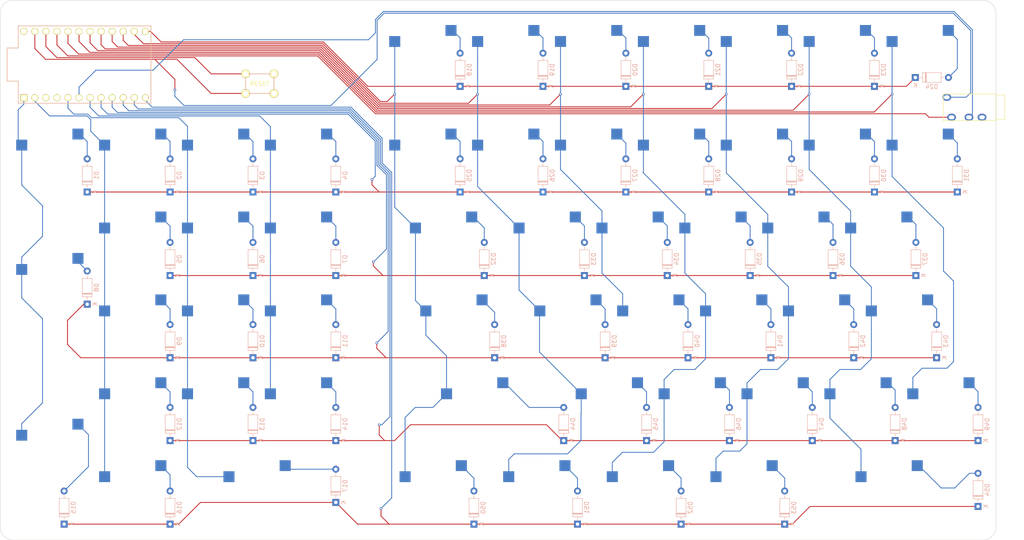
<source format=kicad_pcb>
(kicad_pcb (version 20221018) (generator pcbnew)
  (layers (0 "F.Cu" signal) (31 "B.Cu" signal) (34 "B.Paste" user) (35 "F.Paste" user) (36 "B.SilkS" user "B.Silkscreen") (37 "F.SilkS" user "F.Silkscreen") (38 "B.Mask" user) (39 "F.Mask" user) (44 "Edge.Cuts" user))
  (net 0 "")
  (net 1 "row2")
  (net 2 "row3")
  (net 3 "row4")
  (net 4 "row5")
  (net 5 "row6")
  (net 6 "row1")
  (net 7 "col1")
  (net 8 "col2")
  (net 9 "col3")
  (net 10 "col4")
  (net 11 "col5")
  (net 12 "col10")
  (net 13 "col11")
  (net 15 "SCL")
  (net 16 "VCC")
  (net 17 "RESET")
  (net 20 "col6")
  (net 21 "col7")
  (net 22 "col8")
  (net 23 "col9")
  (net 25 "GND")
  (net 26 "Net-(D1-A)")
  (net 27 "Net-(D2-A)")
  (net 28 "Net-(D3-A)")
  (net 29 "Net-(D4-A)")
  (net 30 "Net-(D5-A)")
  (net 31 "Net-(D6-A)")
  (net 32 "Net-(D7-A)")
  (net 33 "Net-(D8-A)")
  (net 34 "Net-(D9-A)")
  (net 35 "Net-(D10-A)")
  (net 36 "Net-(D11-A)")
  (net 37 "Net-(D12-A)")
  (net 38 "Net-(D13-A)")
  (net 39 "Net-(D14-A)")
  (net 40 "Net-(D15-A)")
  (net 41 "Net-(D16-A)")
  (net 42 "Net-(D17-A)")
  (net 43 "Net-(D18-A)")
  (net 44 "Net-(D19-A)")
  (net 45 "Net-(D20-A)")
  (net 46 "Net-(D21-A)")
  (net 47 "Net-(D22-A)")
  (net 48 "Net-(D23-A)")
  (net 49 "Net-(D24-A)")
  (net 50 "Net-(D25-A)")
  (net 51 "Net-(D26-A)")
  (net 52 "Net-(D27-A)")
  (net 53 "Net-(D28-A)")
  (net 54 "Net-(D29-A)")
  (net 55 "Net-(D30-A)")
  (net 56 "Net-(D31-A)")
  (net 57 "Net-(D32-A)")
  (net 58 "Net-(D33-A)")
  (net 59 "Net-(D34-A)")
  (net 60 "Net-(D35-A)")
  (net 61 "Net-(D36-A)")
  (net 62 "Net-(D37-A)")
  (net 63 "Net-(D38-A)")
  (net 64 "Net-(D39-A)")
  (net 65 "Net-(D40-A)")
  (net 66 "Net-(D41-A)")
  (net 67 "Net-(D42-A)")
  (net 68 "Net-(D43-A)")
  (net 69 "Net-(D44-A)")
  (net 70 "Net-(D45-A)")
  (net 71 "Net-(D46-A)")
  (net 72 "Net-(D47-A)")
  (net 73 "Net-(D48-A)")
  (net 74 "Net-(D49-A)")
  (net 75 "Net-(D50-A)")
  (net 76 "Net-(D51-A)")
  (net 77 "Net-(D52-A)")
  (net 78 "Net-(D53-A)")
  (net 79 "Net-(D54-A)")
  (footprint "MX_Only:MXOnly-1U-Hotswap" (layer "F.Cu") (at 74.49425 80.79875)
    (fp_text reference "MX6")
    (fp_text value "MX-NoLED")
  )
  (footprint "MX_Only:MXOnly-1U-Hotswap" (layer "F.Cu") (at 55.44425 61.74875)
    (fp_text reference "MX2")
    (fp_text value "MX-NoLED")
  )
  (footprint "MountingHole:MountingHole_2.2mm_M2" (layer "F.Cu") (at 39.05 111.1)
    (fp_text reference "REF**" hide)
    (fp_text value "MountingHole_2.2mm_M2" hide)
  )
  (footprint "MX_Only:MXOnly-1U-Hotswap" (layer "F.Cu") (at 160.21925 37.93575)
    (fp_text reference "MX20")
    (fp_text value "MX-NoLED")
  )
  (footprint "MX_Only:MXOnly-1.25U-Hotswap" (layer "F.Cu") (at 172.1255 137.94875)
    (fp_text reference "MX52")
    (fp_text value "MX-NoLED")
  )
  (footprint "MX_Only:MXOnly-1U-Hotswap" (layer "F.Cu") (at 141.16925 61.74875)
    (fp_text reference "MX26")
    (fp_text value "MX-NoLED")
  )
  (footprint "reset:ResetSW_4P" (layer "F.Cu") (at 84.01925 45.0795)
    (fp_text reference "RESET1" hide)
    (fp_text value "SW_Push")
  )
  (footprint "MX_Only:MXOnly-1U-Hotswap" (layer "F.Cu") (at 36.39425 61.74875)
    (fp_text reference "MX1")
    (fp_text value "MX-NoLED")
  )
  (footprint "MX_Only:MXOnly-1.75U-Hotswap" (layer "F.Cu") (at 129.263 99.84875)
    (fp_text reference "MX38")
    (fp_text value "MX-NoLED")
  )
  (footprint "MX_Only:MXOnly-1.25U-Hotswap" (layer "F.Cu") (at 195.938 137.94875)
    (fp_text reference "MX53")
    (fp_text value "MX-NoLED")
  )
  (footprint "MX_Only:MXOnly-1U-Hotswap" (layer "F.Cu") (at 160.21925 61.74875)
    (fp_text reference "MX27")
    (fp_text value "MX-NoLED")
  )
  (footprint "MX_Only:MXOnly-1U-Hotswap" (layer "F.Cu") (at 74.49425 99.84875)
    (fp_text reference "MX10")
    (fp_text value "MX-NoLED")
  )
  (footprint "MountingHole:MountingHole_2.2mm_M2" (layer "F.Cu") (at 107.83175 78.25875)
    (fp_text reference "REF**" hide)
    (fp_text value "MountingHole_2.2mm_M2" hide)
  )
  (footprint "MX_Only:MXOnly-2U-Hotswap" (layer "F.Cu") (at 84.01925 137.94875)
    (fp_text reference "MX17")
    (fp_text value "MX-NoLED")
  )
  (footprint "MX_Only:MXOnly-1.25U-Hotswap" (layer "F.Cu") (at 124.5005 137.94875)
    (fp_text reference "MX50")
    (fp_text value "MX-NoLED")
  )
  (footprint "pj320:TRRS-PJ-320A" (layer "F.Cu") (at 253.20675 50.51075 -90)
    (fp_text reference "U2")
    (fp_text value "PJ-320A")
  )
  (footprint "MX_Only:MXOnly-1U-Hotswap" (layer "F.Cu") (at 236.41925 61.74875)
    (fp_text reference "MX31")
    (fp_text value "MX-NoLED")
  )
  (footprint "MX_Only:MXOnly-1U-Hotswap" (layer "F.Cu") (at 122.11925 37.93575)
    (fp_text reference "MX18")
    (fp_text value "MX-NoLED")
  )
  (footprint "promicro:ProMicro" (layer "F.Cu") (at 43.75 40.7)
    (fp_text reference "U1" hide)
    (fp_text value "ProMicro" hide)
  )
  (footprint "MX_Only:MXOnly-1U-Hotswap" (layer "F.Cu") (at 212.60675 99.84875)
    (fp_text reference "MX42")
    (fp_text value "MX-NoLED")
  )
  (footprint "MX_Only:MXOnly-1U-Hotswap" (layer "F.Cu") (at 198.31925 37.93575)
    (fp_text reference "MX22")
    (fp_text value "MX-NoLED")
  )
  (footprint "MX_Only:MXOnly-1U-Hotswap" (layer "F.Cu") (at 55.44425 137.94875)
    (fp_text reference "MX16")
    (fp_text value "MX-NoLED")
  )
  (footprint "MX_Only:MXOnly-2U-Hotswap-VerticalStabilizers" (layer "F.Cu") (at 36.39425 90.32375)
    (fp_text reference "MX8")
    (fp_text value "MX-NoLED" hide)
  )
  (footprint "MX_Only:MXOnly-1U-Hotswap" (layer "F.Cu") (at 150.69425 80.79875)
    (fp_text reference "MX33")
    (fp_text value "MX-NoLED")
  )
  (footprint "MX_Only:MXOnly-1U-Hotswap" (layer "F.Cu") (at 174.50675 99.84875)
    (fp_text reference "MX40")
    (fp_text value "MX-NoLED")
  )
  (footprint "MX_Only:MXOnly-1U-Hotswap" (layer "F.Cu") (at 169.74425 80.79875)
    (fp_text reference "MX34")
    (fp_text value "MX-NoLED")
  )
  (footprint "MX_Only:MXOnly-1U-Hotswap" (layer "F.Cu") (at 93.54425 99.84875)
    (fp_text reference "MX11")
    (fp_text value "MX-NoLED")
  )
  (footprint "MX_Only:MXOnly-1U-Hotswap" (layer "F.Cu") (at 74.49425 61.74875)
    (fp_text reference "MX3")
    (fp_text value "MX-NoLED")
  )
  (footprint "MX_Only:MXOnly-1U-Hotswap" (layer "F.Cu") (at 226.89425 80.79875)
    (fp_text reference "MX37")
    (fp_text value "MX-NoLED")
  )
  (footprint "MX_Only:MXOnly-1U-Hotswap" (layer "F.Cu") (at 198.31925 61.74875)
    (fp_text reference "MX29")
    (fp_text value "MX-NoLED")
  )
  (footprint "MountingHole:MountingHole_2.2mm_M2" (layer "F.Cu") (at 107.83175 116.35875)
    (fp_text reference "REF**" hide)
    (fp_text value "MountingHole_2.2mm_M2" hide)
  )
  (footprint "MX_Only:MXOnly-1U-Hotswap" (layer "F.Cu") (at 236.41925 37.93575)
    (fp_text reference "MX24")
    (fp_text value "MX-NoLED")
  )
  (footprint "MX_Only:MXOnly-1U-Hotswap" (layer "F.Cu") (at 93.54425 118.89875)
    (fp_text reference "MX14")
    (fp_text value "MX-NoLED")
  )
  (footprint "MountingHole:MountingHole_2.2mm_M2" (layer "F.Cu") (at 27.36925 28.91075)
    (fp_text reference "REF**" hide)
    (fp_text value "MountingHole_2.2mm_M2" hide)
  )
  (footprint "MountingHole:MountingHole_2.2mm_M2" (layer "F.Cu") (at 27.36925 146.97375)
    (fp_text reference "REF**" hide)
    (fp_text value "MountingHole_2.2mm_M2" hide)
  )
  (footprint "MX_Only:MXOnly-2.25U-Hotswap" (layer "F.Cu") (at 134.0255 118.89875)
    (fp_text reference "MX44")
    (fp_text value "MX-NoLED")
  )
  (footprint "MX_Only:MXOnly-2.25U-Hotswap" (layer "F.Cu") (at 229.2755 137.94875)
    (fp_text reference "MX54")
    (fp_text value "MX-NoLED")
  )
  (footprint "MX_Only:MXOnly-1U-Hotswap" (layer "F.Cu") (at 55.44425 80.79875)
    (fp_text reference "MX5")
    (fp_text value "MX-NoLED")
  )
  (footprint "MX_Only:MXOnly-1U-Hotswap" (layer "F.Cu") (at 93.54425 80.79875)
    (fp_text reference "MX7")
    (fp_text value "MX-NoLED")
  )
  (footprint "MX_Only:MXOnly-1U-Hotswap" (layer "F.Cu") (at 241.18175 118.89875)
    (fp_text reference "MX49")
    (fp_text value "MX-NoLED")
  )
  (footprint "MX_Only:MXOnly-1U-Hotswap" (layer "F.Cu") (at 193.55675 99.84875)
    (fp_text reference "MX41")
    (fp_text value "MX-NoLED")
  )
  (footprint "MX_Only:MXOnly-1.25U-Hotswap" (layer "F.Cu") (at 148.313 137.94875)
    (fp_text reference "MX51")
    (fp_text value "MX-NoLED")
  )
  (footprint "MX_Only:MXOnly-1U-Hotswap" (layer "F.Cu") (at 55.44425 99.84875)
    (fp_text reference "MX9")
    (fp_text value "MX-NoLED")
  )
  (footprint "MountingHole:MountingHole_2.2mm_M2" (layer "F.Cu") (at 250.20675 146.97375)
    (fp_text reference "REF**" hide)
    (fp_text value "MountingHole_2.2mm_M2" hide)
  )
  (footprint "MX_Only:MXOnly-1U-Hotswap" (layer "F.Cu") (at 203.08175 118.89875)
    (fp_text reference "MX47")
    (fp_text value "MX-NoLED")
  )
  (footprint "MX_Only:MXOnly-1U-Hotswap" (layer "F.Cu") (at 179.26925 37.93575)
    (fp_text reference "MX21")
    (fp_text value "MX-NoLED")
  )
  (footprint "MX_Only:MXOnly-1U-Hotswap" (layer "F.Cu") (at 184.03175 118.89875)
    (fp_text reference "MX46")
    (fp_text value "MX-NoLED")
  )
  (footprint "MX_Only:MXOnly-1U-Hotswap" (layer "F.Cu") (at 74.49425 118.89875)
    (fp_text reference "MX13")
    (fp_text value "MX-NoLED")
  )
  (footprint "MX_Only:MXOnly-1U-Hotswap" (layer "F.Cu") (at 164.98175 118.89875)
    (fp_text reference "MX45")
    (fp_text value "MX-NoLED")
  )
  (footprint "MX_Only:MXOnly-1.5U-Hotswap" (layer "F.Cu") (at 126.88175 80.79875)
    (fp_text reference "MX32")
    (fp_text value "MX-NoLED")
  )
  (footprint "MX_Only:MXOnly-1U-Hotswap" (layer "F.Cu") (at 188.79425 80.79875)
    (fp_text reference "MX35")
    (fp_text value "MX-NoLED")
  )
  (footprint "MX_Only:MXOnly-1U-Hotswap" (layer "F.Cu") (at 231.65675 99.84875)
    (fp_text reference "MX43")
    (fp_text value "MX-NoLED")
  )
  (footprint "MX_Only:MXOnly-1U-Hotswap" (layer "F.Cu") (at 207.84425 80.79875)
    (fp_text reference "MX36")
    (fp_text value "MX-NoLED")
  )
  (footprint "MX_Only:MXOnly-1U-Hotswap" (layer "F.Cu") (at 217.36925 37.93575)
    (fp_text reference "MX23")
    (fp_text value "MX-NoLED")
  )
  (footprint "MX_Only:MXOnly-1U-Hotswap" (layer "F.Cu") (at 122.11925 61.74875)
    (fp_text reference "MX25")
    (fp_text value "MX-NoLED")
  )
  (footprint "MX_Only:MXOnly-2U-Hotswap-VerticalStabilizers" (layer "F.Cu") (at 36.39425 128.42375)
    (fp_text reference "MX15")
    (fp_text value "MX-NoLED" hide)
  )
  (footprint "MX_Only:MXOnly-1U-Hotswap" (layer "F.Cu") (at 55.44425 118.89875)
    (fp_text reference "MX12")
    (fp_text value "MX-NoLED")
  )
  (footprint "MX_Only:MXOnly-1U-Hotswap" (layer "F.Cu") (at 217.36925 61.74875)
    (fp_text reference "MX30")
    (fp_text value "MX-NoLED")
  )
  (footprint "MX_Only:MXOnly-1U-Hotswap" (layer "F.Cu") (at 141.16925 37.93575)
    (fp_text reference "MX19")
    (fp_text value "MX-NoLED")
  )
  (footprint "MountingHole:MountingHole_2.2mm_M2" (layer "F.Cu") (at 250.20675 28.91075)
    (fp_text reference "REF**" hide)
    (fp_text value "MountingHole_2.2mm_M2" hide)
  )
  (footprint "MX_Only:MXOnly-1U-Hotswap" (layer "F.Cu") (at 179.26925 61.74875)
    (fp_text reference "MX28")
    (fp_text value "MX-NoLED")
  )
  (footprint "MX_Only:MXOnly-1U-Hotswap" (layer "F.Cu") (at 222.13175 118.89875)
    (fp_text reference "MX48")
    (fp_text value "MX-NoLED")
  )
  (footprint "MX_Only:MXOnly-1U-Hotswap" (layer "F.Cu") (at 93.54425 61.74875)
    (fp_text reference "MX4")
    (fp_text value "MX-NoLED")
  )
  (footprint "MX_Only:MXOnly-1U-Hotswap" (layer "F.Cu") (at 155.45675 99.84875)
    (fp_text reference "MX39")
    (fp_text value "MX-NoLED")
  )
  (footprint "Diode_THT:D_DO-35_SOD27_P7.62mm_Horizontal" (layer "B.Cu") (at 158.6285 89.187 90)
    (fp_text reference "D33")
    (fp_text value "1N4148")
  )
  (footprint "Diode_THT:D_DO-35_SOD27_P7.62mm_Horizontal" (layer "B.Cu") (at 137.9975 108.0735 90)
    (fp_text reference "D38")
    (fp_text value "1N4148")
  )
  (footprint "Diode_THT:D_DO-35_SOD27_P7.62mm_Horizontal" (layer "B.Cu") (at 206.2385 45.702 90)
    (fp_text reference "D22")
    (fp_text value "1N4148")
  )
  (footprint "Diode_THT:D_DO-35_SOD27_P7.62mm_Horizontal" (layer "B.Cu") (at 225.2825 69.9855 90)
    (fp_text reference "D30")
    (fp_text value "1N4148")
  )
  (footprint "Diode_THT:D_DO-35_SOD27_P7.62mm_Horizontal" (layer "B.Cu") (at 63.4085 127.1175 90)
    (fp_text reference "D12")
    (fp_text value "1N4148")
  )
  (footprint "Diode_THT:D_DO-35_SOD27_P7.62mm_Horizontal" (layer "B.Cu") (at 230.0435 127.1175 90)
    (fp_text reference "D48")
    (fp_text value "1N4148")
  )
  (footprint "Diode_THT:D_DO-35_SOD27_P7.62mm_Horizontal" (layer "B.Cu") (at 249.0875 142.25 90)
    (fp_text reference "D54")
    (fp_text value "1N4148")
  )
  (footprint "Diode_THT:D_DO-35_SOD27_P7.62mm_Horizontal" (layer "B.Cu") (at 180.8465 146.319 90)
    (fp_text reference "D52")
    (fp_text value "1N4148")
  )
  (footprint "Diode_THT:D_DO-35_SOD27_P7.62mm_Horizontal" (layer "B.Cu") (at 204.6515 146.319 90)
    (fp_text reference "D53")
    (fp_text value "1N4148")
  )
  (footprint "Diode_THT:D_DO-35_SOD27_P7.62mm_Horizontal" (layer "B.Cu") (at 225.2825 45.702 90)
    (fp_text reference "D23")
    (fp_text value "1N4148")
  )
  (footprint "Diode_THT:D_DO-35_SOD27_P7.62mm_Horizontal" (layer "B.Cu") (at 130.0625 69.9855 90)
    (fp_text reference "D25")
    (fp_text value "1N4148")
  )
  (footprint "Diode_THT:D_DO-35_SOD27_P7.62mm_Horizontal" (layer "B.Cu") (at 133.2365 146.319 90)
    (fp_text reference "D50")
    (fp_text value "1N4148")
  )
  (footprint "Diode_THT:D_DO-35_SOD27_P7.62mm_Horizontal" (layer "B.Cu") (at 244.3265 69.9855 90)
    (fp_text reference "D31")
    (fp_text value "1N4148")
  )
  (footprint "Diode_THT:D_DO-35_SOD27_P7.62mm_Horizontal" (layer "B.Cu") (at 149.1065 69.9855 90)
    (fp_text reference "D26")
    (fp_text value "1N4148")
  )
  (footprint "Diode_THT:D_DO-35_SOD27_P7.62mm_Horizontal" (layer "B.Cu") (at 63.4085 69.9855 90)
    (fp_text reference "D2")
    (fp_text value "1N4148")
  )
  (footprint "Diode_THT:D_DO-35_SOD27_P7.62mm_Horizontal" (layer "B.Cu") (at 191.9555 127.1175 90)
    (fp_text reference "D46")
    (fp_text value "1N4148")
  )
  (footprint "Diode_THT:D_DO-35_SOD27_P7.62mm_Horizontal" (layer "B.Cu") (at 182.4335 108.0735 90)
    (fp_text reference "D40")
    (fp_text value "1N4148")
  )
  (footprint "Diode_THT:D_DO-35_SOD27_P7.62mm_Horizontal" (layer "B.Cu") (at 82.4525 127.1175 90)
    (fp_text reference "D13")
    (fp_text value "1N4148")
  )
  (footprint "Diode_THT:D_DO-35_SOD27_P7.62mm_Horizontal" (layer "B.Cu") (at 196.7165 89.187 90)
    (fp_text reference "D35")
    (fp_text value "1N4148")
  )
  (footprint "Diode_THT:D_DO-35_SOD27_P7.62mm_Horizontal" (layer "B.Cu") (at 215.7605 89.187 90)
    (fp_text reference "D36")
    (fp_text value "1N4148")
  )
  (footprint "Diode_THT:D_DO-35_SOD27_P7.62mm_Horizontal" (layer "B.Cu") (at 101.4965 69.9855 90)
    (fp_text reference "D4")
    (fp_text value "1N4148")
  )
  (footprint "Diode_THT:D_DO-35_SOD27_P7.62mm_Horizontal" (layer "B.Cu") (at 172.9115 127.1175 90)
    (fp_text reference "D45")
    (fp_text value "1N4148")
  )
  (footprint "Diode_THT:D_DO-35_SOD27_P7.62mm_Horizontal" (layer "B.Cu") (at 130.0625 45.702 90)
    (fp_text reference "D18")
    (fp_text value "1N4148")
  )
  (footprint "Diode_THT:D_DO-35_SOD27_P7.62mm_Horizontal" (layer "B.Cu") (at 157.0415 146.319 90)
    (fp_text reference "D51")
    (fp_text value "1N4148")
  )
  (footprint "Diode_THT:D_DO-35_SOD27_P7.62mm_Horizontal" (layer "B.Cu") (at 187.1945 69.9855 90)
    (fp_text reference "D28")
    (fp_text value "1N4148")
  )
  (footprint "Diode_THT:D_DO-35_SOD27_P7.62mm_Horizontal" (layer "B.Cu") (at 220.5215 108.0735 90)
    (fp_text reference "D42")
    (fp_text value "1N4148")
  )
  (footprint "Diode_THT:D_DO-35_SOD27_P7.62mm_Horizontal" (layer "B.Cu") (at 82.4525 69.9855 90)
    (fp_text reference "D3")
    (fp_text value "1N4148")
  )
  (footprint "Diode_THT:D_DO-35_SOD27_P7.62mm_Horizontal" (layer "B.Cu") (at 234.67 43.67)
    (fp_text reference "D24")
    (fp_text value "1N4148")
  )
  (footprint "Diode_THT:D_DO-35_SOD27_P7.62mm_Horizontal" (layer "B.Cu") (at 153.8675 127.1175 90)
    (fp_text reference "D44")
    (fp_text value "1N4148")
  )
  (footprint "Diode_THT:D_DO-35_SOD27_P7.62mm_Horizontal" (layer "B.Cu") (at 44.3645 95.76875 90)
    (fp_text reference "D8")
    (fp_text value "1N4148")
  )
  (footprint "Diode_THT:D_DO-35_SOD27_P7.62mm_Horizontal" (layer "B.Cu") (at 210.9995 127.1175 90)
    (fp_text reference "D47")
    (fp_text value "1N4148")
  )
  (footprint "Diode_THT:D_DO-35_SOD27_P7.62mm_Horizontal" (layer "B.Cu") (at 234.8045 89.187 90)
    (fp_text reference "D37")
    (fp_text value "1N4148")
  )
  (footprint "Diode_THT:D_DO-35_SOD27_P7.62mm_Horizontal" (layer "B.Cu") (at 101.4965 127.1175 90)
    (fp_text reference "D14")
    (fp_text value "1N4148")
  )
  (footprint "Diode_THT:D_DO-35_SOD27_P7.62mm_Horizontal" (layer "B.Cu") (at 168.1505 45.702 90)
    (fp_text reference "D20")
    (fp_text value "1N4148")
  )
  (footprint "Diode_THT:D_DO-35_SOD27_P7.62mm_Horizontal" (layer "B.Cu") (at 149.1065 45.702 90)
    (fp_text reference "D19")
    (fp_text value "1N4148")
  )
  (footprint "Diode_THT:D_DO-35_SOD27_P7.62mm_Horizontal" (layer "B.Cu") (at 187.1945 45.702 90)
    (fp_text reference "D21")
    (fp_text value "1N4148")
  )
  (footprint "Diode_THT:D_DO-35_SOD27_P7.62mm_Horizontal" (layer "B.Cu") (at 101.4965 89.187 90)
    (fp_text reference "D7")
    (fp_text value "1N4148")
  )
  (footprint "Diode_THT:D_DO-35_SOD27_P7.62mm_Horizontal" (layer "B.Cu") (at 163.3895 108.0735 90)
    (fp_text reference "D39")
    (fp_text value "1N4148")
  )
  (footprint "Diode_THT:D_DO-35_SOD27_P7.62mm_Horizontal" (layer "B.Cu") (at 249.0875 127.1175 90)
    (fp_text reference "D49")
    (fp_text value "1N4148")
  )
  (footprint "Diode_THT:D_DO-35_SOD27_P7.62mm_Horizontal" (layer "B.Cu") (at 82.4525 108.0735 90)
    (fp_text reference "D10")
    (fp_text value "1N4148")
  )
  (footprint "Diode_THT:D_DO-35_SOD27_P7.62mm_Horizontal" (layer "B.Cu") (at 206.2385 69.9855 90)
    (fp_text reference "D29")
    (fp_text value "1N4148")
  )
  (footprint "Diode_THT:D_DO-35_SOD27_P7.62mm_Horizontal" (layer "B.Cu") (at 135.617 89.187 90)
    (fp_text reference "D32")
    (fp_text value "1N4148")
  )
  (footprint "Diode_THT:D_DO-35_SOD27_P7.62mm_Horizontal" (layer "B.Cu") (at 201.4775 108.0735 90)
    (fp_text reference "D41")
    (fp_text value "1N4148")
  )
  (footprint "Diode_THT:D_DO-35_SOD27_P7.62mm_Horizontal" (layer "B.Cu") (at 101.4965 141.319 90)
    (fp_text reference "D17")
    (fp_text value "1N4148")
  )
  (footprint "Diode_THT:D_DO-35_SOD27_P7.62mm_Horizontal" (layer "B.Cu") (at 177.6725 89.187 90)
    (fp_text reference "D34")
    (fp_text value "1N4148")
  )
  (footprint "Diode_THT:D_DO-35_SOD27_P7.62mm_Horizontal" (layer "B.Cu") (at 63.4085 89.187 90)
    (fp_text reference "D5")
    (fp_text value "1N4148")
  )
  (footprint "Diode_THT:D_DO-35_SOD27_P7.62mm_Horizontal" (layer "B.Cu") (at 63.4085 146.319 90)
    (fp_text reference "D16")
    (fp_text value "1N4148")
  )
  (footprint "Diode_THT:D_DO-35_SOD27_P7.62mm_Horizontal" (layer "B.Cu") (at 39.05925 146.319 90)
    (fp_text reference "D15")
    (fp_text value "1N4148")
  )
  (footprint "Diode_THT:D_DO-35_SOD27_P7.62mm_Horizontal" (layer "B.Cu") (at 63.4085 108.0735 90)
    (fp_text reference "D9")
    (fp_text value "1N4148")
  )
  (footprint "Diode_THT:D_DO-35_SOD27_P7.62mm_Horizontal" (layer "B.Cu") (at 168.1505 69.9855 90)
    (fp_text reference "D27")
    (fp_text value "1N4148")
  )
  (footprint "Diode_THT:D_DO-35_SOD27_P7.62mm_Horizontal" (layer "B.Cu") (at 82.4525 89.187 90)
    (fp_text reference "D6")
    (fp_text value "1N4148")
  )
  (footprint "Diode_THT:D_DO-35_SOD27_P7.62mm_Horizontal" (layer "B.Cu") (at 239.5655 108.0735 90)
    (fp_text reference "D43")
    (fp_text value "1N4148")
  )
  (footprint "Diode_THT:D_DO-35_SOD27_P7.62mm_Horizontal" (layer "B.Cu") (at 44.3645 69.9855 90)
    (fp_text reference "D1")
    (fp_text value "1N4148")
  )
  (footprint "Diode_THT:D_DO-35_SOD27_P7.62mm_Horizontal" (layer "B.Cu") (at 101.4965 108.0735 90)
    (fp_text reference "D11")
    (fp_text value "1N4148")
  )
  (gr_line (start 250.20675 149.97375) (end 27.36925 149.97375) (stroke (width 0.1)) (layer "Edge.Cuts"))
  (gr_arc (start 253.20675 146.97375) (mid 252.328056 149.095056) (end 250.20675 149.97375) (stroke (width 0.1)) (layer "Edge.Cuts"))
  (gr_line (start 250.20675 25.91075) (end 27.36925 25.91075) (stroke (width 0.1)) (layer "Edge.Cuts"))
  (gr_arc (start 24.36925 28.91075) (mid 25.24793 26.78943) (end 27.36925 25.91075) (stroke (width 0.1)) (layer "Edge.Cuts"))
  (gr_arc (start 250.20675 25.91075) (mid 252.328056 26.789444) (end 253.20675 28.91075) (stroke (width 0.1)) (layer "Edge.Cuts"))
  (gr_arc (start 27.36925 149.97375) (mid 25.24793 149.09507) (end 24.36925 146.97375) (stroke (width 0.1)) (layer "Edge.Cuts"))
  (gr_line (start 253.20675 28.91075) (end 253.20675 146.97375) (stroke (width 0.1)) (layer "Edge.Cuts"))
  (gr_line (start 24.36925 28.91075) (end 24.36925 146.97375) (stroke (width 0.1)) (layer "Edge.Cuts"))
  (segment (start 44.3645 69.9855) (end 44.3645 70.3005) (width 0.2) (layer "F.Cu") (net 1))
  (segment (start 44.3645 69.9855) (end 111.44925 69.9855) (width 0.2) (layer "F.Cu") (net 1))
  (segment (start 109.80925 67.10875) (end 109.80925 68.3455) (width 0.2) (layer "F.Cu") (net 1))
  (segment (start 109.80925 68.3455) (end 111.44925 69.9855) (width 0.2) (layer "F.Cu") (net 1))
  (segment (start 44.3645 70.3005) (end 44.6795 69.9855) (width 0.2) (layer "F.Cu") (net 1))
  (segment (start 111.44925 69.9855) (end 244.3265 69.9855) (width 0.2) (layer "F.Cu") (net 1))
  (via (at 109.80925 67.10875) (size 0.6) (drill 0.3) (layers "F.Cu" "B.Cu") (net 1))
  (segment (start 49.1 52.1) (end 47.56 50.56) (width 0.2) (layer "B.Cu") (net 1))
  (segment (start 47.56 50.56) (end 47.56 48.32) (width 0.2) (layer "B.Cu") (net 1))
  (segment (start 104.348628 52.1) (end 49.1 52.1) (width 0.2) (layer "B.Cu") (net 1))
  (segment (start 110.55925 58.310622) (end 104.348628 52.1) (width 0.2) (layer "B.Cu") (net 1))
  (segment (start 110.55925 66.35875) (end 110.55925 58.310622) (width 0.2) (layer "B.Cu") (net 1))
  (segment (start 109.80925 67.10875) (end 110.55925 66.35875) (width 0.2) (layer "B.Cu") (net 1))
  (segment (start 110.10925 86.967) (end 112.32925 89.187) (width 0.2) (layer "F.Cu") (net 2))
  (segment (start 110.10925 86.04875) (end 110.10925 86.967) (width 0.2) (layer "F.Cu") (net 2))
  (segment (start 234.8045 89.187) (end 112.32925 89.187) (width 0.2) (layer "F.Cu") (net 2))
  (segment (start 112.32925 89.187) (end 63.4085 89.187) (width 0.2) (layer "F.Cu") (net 2))
  (via (at 110.10925 86.04875) (size 0.6) (drill 0.3) (layers "F.Cu" "B.Cu") (net 2))
  (segment (start 110.17925 86.04875) (end 113.12925 83.09875) (width 0.2) (layer "B.Cu") (net 2))
  (segment (start 50.1 50.5) (end 50.1 48.32) (width 0.2) (layer "B.Cu") (net 2))
  (segment (start 51.3 51.7) (end 50.1 50.5) (width 0.2) (layer "B.Cu") (net 2))
  (segment (start 110.95925 58.144936) (end 104.514313 51.7) (width 0.2) (layer "B.Cu") (net 2))
  (segment (start 113.12925 83.09875) (end 113.12925 66.015808) (width 0.2) (layer "B.Cu") (net 2))
  (segment (start 113.12925 66.015808) (end 110.95925 63.845808) (width 0.2) (layer "B.Cu") (net 2))
  (segment (start 110.95925 63.845808) (end 110.95925 58.144936) (width 0.2) (layer "B.Cu") (net 2))
  (segment (start 110.10925 86.04875) (end 110.17925 86.04875) (width 0.2) (layer "B.Cu") (net 2))
  (segment (start 104.514313 51.7) (end 51.3 51.7) (width 0.2) (layer "B.Cu") (net 2))
  (segment (start 39.83925 105.02875) (end 42.884 108.0735) (width 0.2) (layer "F.Cu") (net 3))
  (segment (start 110.90925 104.65875) (end 110.90925 105.9335) (width 0.2) (layer "F.Cu") (net 3))
  (segment (start 43.54925 95.76875) (end 39.83925 99.47875) (width 0.2) (layer "F.Cu") (net 3))
  (segment (start 239.5655 108.0735) (end 113.04925 108.0735) (width 0.2) (layer "F.Cu") (net 3))
  (segment (start 42.884 108.0735) (end 63.4085 108.0735) (width 0.2) (layer "F.Cu") (net 3))
  (segment (start 113.04925 108.0735) (end 63.4085 108.0735) (width 0.2) (layer "F.Cu") (net 3))
  (segment (start 44.3645 95.76875) (end 43.54925 95.76875) (width 0.2) (layer "F.Cu") (net 3))
  (segment (start 39.83925 99.47875) (end 39.83925 105.02875) (width 0.2) (layer "F.Cu") (net 3))
  (segment (start 110.90925 105.9335) (end 113.04925 108.0735) (width 0.2) (layer "F.Cu") (net 3))
  (via (at 110.90925 104.65875) (size 0.6) (drill 0.3) (layers "F.Cu" "B.Cu") (net 3))
  (segment (start 52.64 50.04) (end 52.64 48.32) (width 0.2) (layer "B.Cu") (net 3))
  (segment (start 111.35925 57.97925) (end 104.679998 51.3) (width 0.2) (layer "B.Cu") (net 3))
  (segment (start 110.90925 104.65875) (end 113.52925 102.03875) (width 0.2) (layer "B.Cu") (net 3))
  (segment (start 104.679998 51.3) (end 53.9 51.3) (width 0.2) (layer "B.Cu") (net 3))
  (segment (start 53.9 51.3) (end 52.64 50.04) (width 0.2) (layer "B.Cu") (net 3))
  (segment (start 113.52925 65.850122) (end 111.35925 63.680122) (width 0.2) (layer "B.Cu") (net 3))
  (segment (start 111.35925 63.680122) (end 111.35925 57.97925) (width 0.2) (layer "B.Cu") (net 3))
  (segment (start 113.52925 102.03875) (end 113.52925 65.850122) (width 0.2) (layer "B.Cu") (net 3))
  (segment (start 111.47925 123.48875) (end 111.47925 125.8675) (width 0.2) (layer "F.Cu") (net 4))
  (segment (start 118.653 123.465) (end 115.0005 127.1175) (width 0.2) (layer "F.Cu") (net 4))
  (segment (start 101.4965 127.1175) (end 63.4085 127.1175) (width 0.2) (layer "F.Cu") (net 4))
  (segment (start 115.0005 127.1175) (end 112.72925 127.1175) (width 0.2) (layer "F.Cu") (net 4))
  (segment (start 149.9 123.465) (end 118.653 123.465) (width 0.2) (layer "F.Cu") (net 4))
  (segment (start 153.5525 127.1175) (end 149.9 123.465) (width 0.2) (layer "F.Cu") (net 4))
  (segment (start 153.8675 127.1175) (end 153.5525 127.1175) (width 0.2) (layer "F.Cu") (net 4))
  (segment (start 112.72925 127.1175) (end 101.4965 127.1175) (width 0.2) (layer "F.Cu") (net 4))
  (segment (start 249.0875 127.1175) (end 153.8675 127.1175) (width 0.2) (layer "F.Cu") (net 4))
  (segment (start 111.47925 125.8675) (end 112.72925 127.1175) (width 0.2) (layer "F.Cu") (net 4))
  (via (at 111.47925 123.48875) (size 0.6) (drill 0.3) (layers "F.Cu" "B.Cu") (net 4))
  (segment (start 113.92925 65.684436) (end 111.75925 63.514436) (width 0.2) (layer "B.Cu") (net 4))
  (segment (start 111.47925 123.48875) (end 112.05925 123.48875) (width 0.2) (layer "B.Cu") (net 4))
  (segment (start 113.92925 121.61875) (end 113.92925 65.684436) (width 0.2) (layer "B.Cu") (net 4))
  (segment (start 111.75925 57.813564) (end 104.845683 50.9) (width 0.2) (layer "B.Cu") (net 4))
  (segment (start 56.1 50.9) (end 55.18 49.98) (width 0.2) (layer "B.Cu") (net 4))
  (segment (start 112.05925 123.48875) (end 113.92925 121.61875) (width 0.2) (layer "B.Cu") (net 4))
  (segment (start 55.18 49.98) (end 55.18 48.32) (width 0.2) (layer "B.Cu") (net 4))
  (segment (start 104.845683 50.9) (end 56.1 50.9) (width 0.2) (layer "B.Cu") (net 4))
  (segment (start 111.75925 63.514436) (end 111.75925 57.813564) (width 0.2) (layer "B.Cu") (net 4))
  (segment (start 106.50625 146.32875) (end 101.4965 141.319) (width 0.2) (layer "F.Cu") (net 5))
  (segment (start 111.87925 142.73875) (end 111.87925 144.459) (width 0.2) (layer "F.Cu") (net 5))
  (segment (start 206.396 146.319) (end 204.6515 146.319) (width 0.2) (layer "F.Cu") (net 5))
  (segment (start 210.465 142.25) (end 206.396 146.319) (width 0.2) (layer "F.Cu") (net 5))
  (segment (start 70.389 141.319) (end 65.389 146.319) (width 0.2) (layer "F.Cu") (net 5))
  (segment (start 106.50625 146.32875) (end 106.516 146.319) (width 0.2) (layer "F.Cu") (net 5))
  (segment (start 101.4965 141.319) (end 70.389 141.319) (width 0.2) (layer "F.Cu") (net 5))
  (segment (start 65.389 146.319) (end 63.4085 146.319) (width 0.2) (layer "F.Cu") (net 5))
  (segment (start 106.516 146.319) (end 113.73925 146.319) (width 0.2) (layer "F.Cu") (net 5))
  (segment (start 249.25 142.25) (end 210.465 142.25) (width 0.2) (layer "F.Cu") (net 5))
  (segment (start 39.05925 146.319) (end 63.4085 146.319) (width 0.2) (layer "F.Cu") (net 5))
  (segment (start 111.87925 144.459) (end 113.73925 146.319) (width 0.2) (layer "F.Cu") (net 5))
  (segment (start 113.73925 146.319) (end 204.6515 146.319) (width 0.2) (layer "F.Cu") (net 5))
  (via (at 111.87925 142.73875) (size 0.6) (drill 0.3) (layers "F.Cu" "B.Cu") (net 5))
  (segment (start 111.87925 142.73875) (end 114.32925 140.28875) (width 0.2) (layer "B.Cu") (net 5))
  (segment (start 59.3 50.5) (end 57.72 48.92) (width 0.2) (layer "B.Cu") (net 5))
  (segment (start 112.15925 57.647878) (end 105.011368 50.5) (width 0.2) (layer "B.Cu") (net 5))
  (segment (start 57.72 48.92) (end 57.72 48.32) (width 0.2) (layer "B.Cu") (net 5))
  (segment (start 105.011368 50.5) (end 59.3 50.5) (width 0.2) (layer "B.Cu") (net 5))
  (segment (start 114.32925 140.28875) (end 114.32925 65.51875) (width 0.2) (layer "B.Cu") (net 5))
  (segment (start 112.15925 63.34875) (end 112.15925 57.647878) (width 0.2) (layer "B.Cu") (net 5))
  (segment (start 114.32925 65.51875) (end 112.15925 63.34875) (width 0.2) (layer "B.Cu") (net 5))
  (segment (start 108.847486 45.702) (end 98.645486 35.5) (width 0.2) (layer "F.Cu") (net 6))
  (segment (start 58.92 33.08) (end 57.72 33.08) (width 0.2) (layer "F.Cu") (net 6))
  (segment (start 130.0625 45.702) (end 108.847486 45.702) (width 0.2) (layer "F.Cu") (net 6))
  (segment (start 130.0625 45.702) (end 232.638 45.702) (width 0.2) (layer "F.Cu") (net 6))
  (segment (start 61.34 35.5) (end 58.92 33.08) (width 0.2) (layer "F.Cu") (net 6))
  (segment (start 232.638 45.702) (end 234.67 43.67) (width 0.2) (layer "F.Cu") (net 6))
  (segment (start 98.645486 35.5) (end 61.34 35.5) (width 0.2) (layer "F.Cu") (net 6))
  (segment (start 34.09925 80.15875) (end 29.30925 84.94875) (width 0.2) (layer "B.Cu") (net 7))
  (segment (start 29.30925 68.37875) (end 34.18925 73.25875) (width 0.2) (layer "B.Cu") (net 7))
  (segment (start 28.5 58.3995) (end 29.30925 59.20875) (width 0.2) (layer "B.Cu") (net 7))
  (segment (start 29.30925 59.20875) (end 29.30925 68.37875) (width 0.2) (layer "B.Cu") (net 7))
  (segment (start 29.78 48.32) (end 29.78 49.82) (width 0.2) (layer "B.Cu") (net 7))
  (segment (start 29.30925 123.21875) (end 29.30925 125.88375) (width 0.2) (layer "B.Cu") (net 7))
  (segment (start 34.09925 73.34875) (end 34.09925 80.15875) (width 0.2) (layer "B.Cu") (net 7))
  (segment (start 29.30925 94.32875) (end 34.09925 99.11875) (width 0.2) (layer "B.Cu") (net 7))
  (segment (start 29.30925 84.94875) (end 29.30925 87.78375) (width 0.2) (layer "B.Cu") (net 7))
  (segment (start 34.18925 73.25875) (end 34.09925 73.34875) (width 0.2) (layer "B.Cu") (net 7))
  (segment (start 34.09925 99.11875) (end 34.09925 118.42875) (width 0.2) (layer "B.Cu") (net 7))
  (segment (start 29.78 49.82) (end 28.5 51.1) (width 0.2) (layer "B.Cu") (net 7))
  (segment (start 29.30925 87.78375) (end 29.30925 94.32875) (width 0.2) (layer "B.Cu") (net 7))
  (segment (start 34.09925 118.42875) (end 29.30925 123.21875) (width 0.2) (layer "B.Cu") (net 7))
  (segment (start 28.5 51.1) (end 28.5 58.3995) (width 0.2) (layer "B.Cu") (net 7))
  (segment (start 48.35925 59.20875) (end 45.17 56.0195) (width 0.2) (layer "B.Cu") (net 8))
  (segment (start 45.17 53.34) (end 44.33 52.5) (width 0.2) (layer "B.Cu") (net 8))
  (segment (start 45.17 56.0195) (end 45.17 53.34) (width 0.2) (layer "B.Cu") (net 8))
  (segment (start 32.32 49.12) (end 32.32 48.32) (width 0.2) (layer "B.Cu") (net 8))
  (segment (start 35.7 52.5) (end 32.32 49.12) (width 0.2) (layer "B.Cu") (net 8))
  (segment (start 48.35925 59.20875) (end 48.35925 116.35875) (width 0.2) (layer "B.Cu") (net 8))
  (segment (start 48.35925 135.40875) (end 48.35925 116.35875) (width 0.2) (layer "B.Cu") (net 8))
  (segment (start 44.33 52.5) (end 35.7 52.5) (width 0.2) (layer "B.Cu") (net 8))
  (segment (start 67.40925 54.90925) (end 67.40925 59.20875) (width 0.2) (layer "B.Cu") (net 9))
  (segment (start 65.4 52.9) (end 67.40925 54.90925) (width 0.2) (layer "B.Cu") (net 9))
  (segment (start 44.495686 52.1) (end 45.295686 52.9) (width 0.2) (layer "B.Cu") (net 9))
  (segment (start 67.40925 116.35875) (end 67.40925 133.28875) (width 0.2) (layer "B.Cu") (net 9))
  (segment (start 69.52925 135.40875) (end 76.93425 135.40875) (width 0.2) (layer "B.Cu") (net 9))
  (segment (start 45.295686 52.9) (end 65.4 52.9) (width 0.2) (layer "B.Cu") (net 9))
  (segment (start 39.94 50.74) (end 41.3 52.1) (width 0.2) (layer "B.Cu") (net 9))
  (segment (start 41.3 52.1) (end 44.495686 52.1) (width 0.2) (layer "B.Cu") (net 9))
  (segment (start 67.40925 133.28875) (end 69.52925 135.40875) (width 0.2) (layer "B.Cu") (net 9))
  (segment (start 39.94 48.32) (end 39.94 50.74) (width 0.2) (layer "B.Cu") (net 9))
  (segment (start 67.40925 116.35875) (end 67.40925 59.20875) (width 0.2) (layer "B.Cu") (net 9))
  (segment (start 86.45925 59.20875) (end 86.45925 116.35875) (width 0.2) (layer "B.Cu") (net 10))
  (segment (start 84 52.5) (end 47 52.5) (width 0.2) (layer "B.Cu") (net 10))
  (segment (start 86.45925 54.95925) (end 84 52.5) (width 0.2) (layer "B.Cu") (net 10))
  (segment (start 86.45925 59.20875) (end 86.45925 54.95925) (width 0.2) (layer "B.Cu") (net 10))
  (segment (start 45.02 50.52) (end 45.02 48.32) (width 0.2) (layer "B.Cu") (net 10))
  (segment (start 47 52.5) (end 45.02 50.52) (width 0.2) (layer "B.Cu") (net 10))
  (segment (start 57.3 35.9) (end 55.18 33.78) (width 0.2) (layer "F.Cu") (net 11))
  (segment (start 55.18 33.78) (end 55.18 33.08) (width 0.2) (layer "F.Cu") (net 11))
  (segment (start 113.3 49.2) (end 111.779802 49.2) (width 0.2) (layer "F.Cu") (net 11))
  (segment (start 115 47.5) (end 113.3 49.2) (width 0.2) (layer "F.Cu") (net 11))
  (segment (start 115.03425 47.5) (end 115 47.5) (width 0.2) (layer "F.Cu") (net 11))
  (segment (start 111.779802 49.2) (end 98.479802 35.9) (width 0.2) (layer "F.Cu") (net 11))
  (segment (start 98.479802 35.9) (end 57.3 35.9) (width 0.2) (layer "F.Cu") (net 11))
  (via (at 115.03425 47.5) (size 0.6) (drill 0.3) (layers "F.Cu" "B.Cu") (net 11))
  (segment (start 119.79675 78.25875) (end 119.79675 94.9275) (width 0.2) (layer "B.Cu") (net 11))
  (segment (start 126.9405 116.35875) (end 126.9405 107.647) (width 0.2) (layer "B.Cu") (net 11))
  (segment (start 117.4155 121.829) (end 117.4155 135.40875) (width 0.2) (layer "B.Cu") (net 11))
  (segment (start 115.03425 73.49625) (end 119.79675 78.25875) (width 0.2) (layer "B.Cu") (net 11))
  (segment (start 115.03425 59.20875) (end 115.03425 73.49625) (width 0.2) (layer "B.Cu") (net 11))
  (segment (start 126.9405 116.35875) (end 123.80175 119.4975) (width 0.2) (layer "B.Cu") (net 11))
  (segment (start 119.747 119.4975) (end 117.4155 121.829) (width 0.2) (layer "B.Cu") (net 11))
  (segment (start 123.80175 119.4975) (end 119.747 119.4975) (width 0.2) (layer "B.Cu") (net 11))
  (segment (start 119.79675 94.9275) (end 122.178 97.30875) (width 0.2) (layer "B.Cu") (net 11))
  (segment (start 122.178 102.8845) (end 122.178 97.30875) (width 0.2) (layer "B.Cu") (net 11))
  (segment (start 115.03425 35.39575) (end 115.03425 59.20875) (width 0.2) (layer "B.Cu") (net 11))
  (segment (start 126.9405 107.647) (end 122.178 102.8845) (width 0.2) (layer "B.Cu") (net 11))
  (segment (start 42.48 35.38) (end 42.48 33.08) (width 0.2) (layer "F.Cu") (net 12))
  (segment (start 206.58425 51.2) (end 110.951372 51.2) (width 0.2) (layer "F.Cu") (net 12))
  (segment (start 97.651372 37.9) (end 45 37.9) (width 0.2) (layer "F.Cu") (net 12))
  (segment (start 45 37.9) (end 42.48 35.38) (width 0.2) (layer "F.Cu") (net 12))
  (segment (start 210.28425 47.5) (end 206.58425 51.2) (width 0.2) (layer "F.Cu") (net 12))
  (segment (start 110.951372 51.2) (end 97.651372 37.9) (width 0.2) (layer "F.Cu") (net 12))
  (via (at 210.28425 47.5) (size 0.6) (drill 0.3) (layers "F.Cu" "B.Cu") (net 12))
  (segment (start 219.80925 74.34925) (end 210.28425 64.82425) (width 0.2) (layer "B.Cu") (net 12))
  (segment (start 224.57175 97.30875) (end 224.57175 108.30575) (width 0.2) (layer "B.Cu") (net 12))
  (segment (start 222.1905 135.40875) (end 222.1905 129.1015) (width 0.2) (layer "B.Cu") (net 12))
  (segment (start 224.57175 97.30875) (end 224.57175 91.80775) (width 0.2) (layer "B.Cu") (net 12))
  (segment (start 222.1905 129.1015) (end 215.04675 121.95775) (width 0.2) (layer "B.Cu") (net 12))
  (segment (start 219.80925 78.25875) (end 219.80925 74.34925) (width 0.2) (layer "B.Cu") (net 12))
  (segment (start 219.80925 87.04525) (end 219.80925 78.25875) (width 0.2) (layer "B.Cu") (net 12))
  (segment (start 224.57175 91.80775) (end 219.80925 87.04525) (width 0.2) (layer "B.Cu") (net 12))
  (segment (start 215.04675 116.35875) (end 215.04675 113.06975) (width 0.2) (layer "B.Cu") (net 12))
  (segment (start 215.04675 121.95775) (end 215.04675 116.35875) (width 0.2) (layer "B.Cu") (net 12))
  (segment (start 210.28425 35.39575) (end 210.28425 59.20875) (width 0.2) (layer "B.Cu") (net 12))
  (segment (start 210.28425 64.82425) (end 210.28425 59.20875) (width 0.2) (layer "B.Cu") (net 12))
  (segment (start 222.1085 110.769) (end 217.3475 110.769) (width 0.2) (layer "B.Cu") (net 12))
  (segment (start 215.04675 113.06975) (end 217.3475 110.769) (width 0.2) (layer "B.Cu") (net 12))
  (segment (start 224.57175 108.30575) (end 222.1085 110.769) (width 0.2) (layer "B.Cu") (net 12))
  (segment (start 42.4 38.3) (end 39.94 35.84) (width 0.2) (layer "F.Cu") (net 13))
  (segment (start 225.23425 51.6) (end 110.785686 51.6) (width 0.2) (layer "F.Cu") (net 13))
  (segment (start 39.94 35.84) (end 39.94 33.08) (width 0.2) (layer "F.Cu") (net 13))
  (segment (start 229.33425 47.5) (end 225.23425 51.6) (width 0.2) (layer "F.Cu") (net 13))
  (segment (start 110.785686 51.6) (end 97.485686 38.3) (width 0.2) (layer "F.Cu") (net 13))
  (segment (start 97.485686 38.3) (end 42.4 38.3) (width 0.2) (layer "F.Cu") (net 13))
  (via (at 229.33425 47.5) (size 0.6) (drill 0.3) (layers "F.Cu" "B.Cu") (net 13))
  (segment (start 241.935 110.49) (end 236.22 110.49) (width 0.2) (layer "B.Cu") (net 13))
  (segment (start 229.33425 59.20875) (end 229.33425 66.41725) (width 0.2) (layer "B.Cu") (net 13))
  (segment (start 229.33425 66.41725) (end 241.1525 78.2355) (width 0.2) (layer "B.Cu") (net 13))
  (segment (start 236.22 110.49) (end 234.09675 112.61325) (width 0.2) (layer "B.Cu") (net 13))
  (segment (start 234.09675 112.61325) (end 234.09675 116.35875) (width 0.2) (layer "B.Cu") (net 13))
  (segment (start 241.1525 88.1525) (end 243.46075 90.46075) (width 0.2) (layer "B.Cu") (net 13))
  (segment (start 243.46075 108.96425) (end 241.935 110.49) (width 0.2) (layer "B.Cu") (net 13))
  (segment (start 243.46075 90.46075) (end 243.46075 108.96425) (width 0.2) (layer "B.Cu") (net 13))
  (segment (start 241.1525 78.2355) (end 241.1525 88.1525) (width 0.2) (layer "B.Cu") (net 13))
  (segment (start 229.33425 35.39575) (end 229.33425 59.20875) (width 0.2) (layer "B.Cu") (net 13))
  (segment (start 110.6 30.334314) (end 110.6 33.4) (width 0.2) (layer "B.Cu") (net 15))
  (segment (start 247.8 52.0175) (end 247.8 32.734314) (width 0.2) (layer "B.Cu") (net 15))
  (segment (start 243.565686 28.5) (end 112.434314 28.5) (width 0.2) (layer "B.Cu") (net 15))
  (segment (start 112.434314 28.5) (end 110.6 30.334314) (width 0.2) (layer "B.Cu") (net 15))
  (segment (start 46.35 42) (end 42.48 45.87) (width 0.2) (layer "B.Cu") (net 15))
  (segment (start 110.6 33.4) (end 109 35) (width 0.2) (layer "B.Cu") (net 15))
  (segment (start 66.5 35) (end 59.5 42) (width 0.2) (layer "B.Cu") (net 15))
  (segment (start 42.48 45.87) (end 42.48 48.32) (width 0.2) (layer "B.Cu") (net 15))
  (segment (start 59.5 42) (end 46.35 42) (width 0.2) (layer "B.Cu") (net 15))
  (segment (start 109 35) (end 66.5 35) (width 0.2) (layer "B.Cu") (net 15))
  (segment (start 247.8 32.734314) (end 243.565686 28.5) (width 0.2) (layer "B.Cu") (net 15))
  (segment (start 247.00675 52.81075) (end 247.8 52.0175) (width 0.2) (layer "B.Cu") (net 15))
  (segment (start 110.62 52) (end 97.32 38.7) (width 0.2) (layer "F.Cu") (net 16))
  (segment (start 37.4 36.2) (end 37.4 33.08) (width 0.2) (layer "F.Cu") (net 16))
  (segment (start 237.81075 52.81075) (end 237 52) (width 0.2) (layer "F.Cu") (net 16))
  (segment (start 39.9 38.7) (end 37.4 36.2) (width 0.2) (layer "F.Cu") (net 16))
  (segment (start 97.32 38.7) (end 39.9 38.7) (width 0.2) (layer "F.Cu") (net 16))
  (segment (start 243.00675 52.81075) (end 237.81075 52.81075) (width 0.2) (layer "F.Cu") (net 16))
  (segment (start 237 52) (end 110.62 52) (width 0.2) (layer "F.Cu") (net 16))
  (segment (start 34.86 33.08) (end 34.86 36.56) (width 0.2) (layer "F.Cu") (net 17))
  (segment (start 72.8295 42.8295) (end 80.76925 42.8295) (width 0.2) (layer "F.Cu") (net 17))
  (segment (start 37.4 39.1) (end 69.1 39.1) (width 0.2) (layer "F.Cu") (net 17))
  (segment (start 69.1 39.1) (end 72.8295 42.8295) (width 0.2) (layer "F.Cu") (net 17))
  (segment (start 34.86 36.56) (end 37.4 39.1) (width 0.2) (layer "F.Cu") (net 17))
  (segment (start 52.64 35.14) (end 52.64 33.08) (width 0.2) (layer "F.Cu") (net 20))
  (segment (start 98.314116 36.3) (end 53.8 36.3) (width 0.2) (layer "F.Cu") (net 20))
  (segment (start 111.614116 49.6) (end 98.314116 36.3) (width 0.2) (layer "F.Cu") (net 20))
  (segment (start 134.08425 47.5) (end 131.98425 49.6) (width 0.2) (layer "F.Cu") (net 20))
  (segment (start 131.98425 49.6) (end 111.614116 49.6) (width 0.2) (layer "F.Cu") (net 20))
  (segment (start 53.8 36.3) (end 52.64 35.14) (width 0.2) (layer "F.Cu") (net 20))
  (via (at 134.08425 47.5) (size 0.6) (drill 0.3) (layers "F.Cu" "B.Cu") (net 20))
  (segment (start 148.313 106.775) (end 157.89675 116.35875) (width 0.2) (layer "B.Cu") (net 20))
  (segment (start 157.89675 120.83825) (end 157.89675 116.35875) (width 0.2) (layer "B.Cu") (net 20))
  (segment (start 148.37175 97.30875) (end 143.60925 92.54625) (width 0.2) (layer "B.Cu") (net 20))
  (segment (start 148.37175 98.01425) (end 148.313 98.073) (width 0.2) (layer "B.Cu") (net 20))
  (segment (start 148.313 98.073) (end 148.313 106.775) (width 0.2) (layer "B.Cu") (net 20))
  (segment (start 134.08425 68.73375) (end 143.60925 78.25875) (width 0.2) (layer "B.Cu") (net 20))
  (segment (start 141.228 131.442) (end 142.51 130.16) (width 0.2) (layer "B.Cu") (net 20))
  (segment (start 157.835 127.09) (end 157.835 120.9) (width 0.2) (layer "B.Cu") (net 20))
  (segment (start 154.765 130.16) (end 157.835 127.09) (width 0.2) (layer "B.Cu") (net 20))
  (segment (start 148.37175 97.30875) (end 148.37175 98.01425) (width 0.2) (layer "B.Cu") (net 20))
  (segment (start 142.51 130.16) (end 154.765 130.16) (width 0.2) (layer "B.Cu") (net 20))
  (segment (start 134.08425 59.20875) (end 134.08425 68.73375) (width 0.2) (layer "B.Cu") (net 20))
  (segment (start 157.835 120.9) (end 157.89675 120.83825) (width 0.2) (layer "B.Cu") (net 20))
  (segment (start 134.08425 35.39575) (end 134.08425 59.20875) (width 0.2) (layer "B.Cu") (net 20))
  (segment (start 143.60925 92.54625) (end 143.60925 78.25875) (width 0.2) (layer "B.Cu") (net 20))
  (segment (start 141.228 135.40875) (end 141.228 131.442) (width 0.2) (layer "B.Cu") (net 20))
  (segment (start 111.44843 50) (end 98.14843 36.7) (width 0.2) (layer "F.Cu") (net 21))
  (segment (start 50.1 35.4) (end 50.1 33.08) (width 0.2) (layer "F.Cu") (net 21))
  (segment (start 153.13425 47.5) (end 150.63425 50) (width 0.2) (layer "F.Cu") (net 21))
  (segment (start 98.14843 36.7) (end 51.4 36.7) (width 0.2) (layer "F.Cu") (net 21))
  (segment (start 51.4 36.7) (end 50.1 35.4) (width 0.2) (layer "F.Cu") (net 21))
  (segment (start 150.63425 50) (end 111.44843 50) (width 0.2) (layer "F.Cu") (net 21))
  (via (at 153.13425 47.5) (size 0.6) (drill 0.3) (layers "F.Cu" "B.Cu") (net 21))
  (segment (start 162.65925 78.25875) (end 162.65925 88.61425) (width 0.2) (layer "B.Cu") (net 21))
  (segment (start 162.65925 88.61425) (end 167.42175 93.37675) (width 0.2) (layer "B.Cu") (net 21))
  (segment (start 153.13425 64.80625) (end 153.13425 59.20875) (width 0.2) (layer "B.Cu") (net 21))
  (segment (start 162.65925 74.33125) (end 153.13425 64.80625) (width 0.2) (layer "B.Cu") (net 21))
  (segment (start 162.65925 78.25875) (end 162.65925 74.33125) (width 0.2) (layer "B.Cu") (net 21))
  (segment (start 167.42175 93.37675) (end 167.42175 97.30875) (width 0.2) (layer "B.Cu") (net 21))
  (segment (start 153.13425 59.20875) (end 153.13425 35.39575) (width 0.2) (layer "B.Cu") (net 21))
  (segment (start 97.982744 37.1) (end 48.5 37.1) (width 0.2) (layer "F.Cu") (net 22))
  (segment (start 48.5 37.1) (end 47.56 36.16) (width 0.2) (layer "F.Cu") (net 22))
  (segment (start 172.18425 47.5) (end 169.28425 50.4) (width 0.2) (layer "F.Cu") (net 22))
  (segment (start 47.56 36.16) (end 47.56 33.08) (width 0.2) (layer "F.Cu") (net 22))
  (segment (start 169.28425 50.4) (end 111.282744 50.4) (width 0.2) (layer "F.Cu") (net 22))
  (segment (start 111.282744 50.4) (end 97.982744 37.1) (width 0.2) (layer "F.Cu") (net 22))
  (via (at 172.18425 47.5) (size 0.6) (drill 0.3) (layers "F.Cu" "B.Cu") (net 22))
  (segment (start 181.70925 75.13075) (end 172.118 65.5395) (width 0.2) (layer "B.Cu") (net 22))
  (segment (start 172.18425 65.47325) (end 172.18425 59.20875) (width 0.2) (layer "B.Cu") (net 22))
  (segment (start 176.94675 127.36475) (end 174.4985 129.813) (width 0.2) (layer "B.Cu") (net 22))
  (segment (start 167.357 129.813) (end 165.0405 132.1295) (width 0.2) (layer "B.Cu") (net 22))
  (segment (start 172.118 65.5395) (end 172.18425 65.47325) (width 0.2) (layer "B.Cu") (net 22))
  (segment (start 174.4985 129.813) (end 167.357 129.813) (width 0.2) (layer "B.Cu") (net 22))
  (segment (start 181.70925 88.62025) (end 186.47175 93.38275) (width 0.2) (layer "B.Cu") (net 22))
  (segment (start 186.47175 108.31775) (end 184.0205 110.769) (width 0.2) (layer "B.Cu") (net 22))
  (segment (start 179.2595 110.769) (end 176.94675 113.08175) (width 0.2) (layer "B.Cu") (net 22))
  (segment (start 165.0405 132.1295) (end 165.0405 135.40875) (width 0.2) (layer "B.Cu") (net 22))
  (segment (start 176.94675 113.08175) (end 176.94675 116.35875) (width 0.2) (layer "B.Cu") (net 22))
  (segment (start 176.94675 116.35875) (end 176.94675 127.36475) (width 0.2) (layer "B.Cu") (net 22))
  (segment (start 184.0205 110.769) (end 179.2595 110.769) (width 0.2) (layer "B.Cu") (net 22))
  (segment (start 186.47175 93.38275) (end 186.47175 97.30875) (width 0.2) (layer "B.Cu") (net 22))
  (segment (start 181.70925 78.25875) (end 181.70925 88.62025) (width 0.2) (layer "B.Cu") (net 22))
  (segment (start 172.18425 59.20875) (end 172.18425 35.39575) (width 0.2) (layer "B.Cu") (net 22))
  (segment (start 181.70925 78.25875) (end 181.70925 75.13075) (width 0.2) (layer "B.Cu") (net 22))
  (segment (start 186.47175 97.30875) (end 186.47175 108.31775) (width 0.2) (layer "B.Cu") (net 22))
  (segment (start 46.8 37.5) (end 45.02 35.72) (width 0.2) (layer "F.Cu") (net 23))
  (segment (start 187.93425 50.8) (end 111.117058 50.8) (width 0.2) (layer "F.Cu") (net 23))
  (segment (start 191.23425 47.5) (end 187.93425 50.8) (width 0.2) (layer "F.Cu") (net 23))
  (segment (start 45.02 35.72) (end 45.02 33.08) (width 0.2) (layer "F.Cu") (net 23))
  (segment (start 97.817058 37.5) (end 46.8 37.5) (width 0.2) (layer "F.Cu") (net 23))
  (segment (start 111.117058 50.8) (end 97.817058 37.5) (width 0.2) (layer "F.Cu") (net 23))
  (via (at 191.23425 47.5) (size 0.6) (drill 0.3) (layers "F.Cu" "B.Cu") (net 23))
  (segment (start 195.99675 113.86925) (end 199.097 110.769) (width 0.2) (layer "B.Cu") (net 23))
  (segment (start 195.99675 116.35875) (end 195.99675 113.86925) (width 0.2) (layer "B.Cu") (net 23))
  (segment (start 200.75925 87.03925) (end 200.75925 78.25875) (width 0.2) (layer "B.Cu") (net 23))
  (segment (start 195.99675 127.85325) (end 194.31 129.54) (width 0.2) (layer "B.Cu") (net 23))
  (segment (start 200.75925 78.25875) (end 200.75925 75.13675) (width 0.2) (layer "B.Cu") (net 23))
  (segment (start 191.23425 59.20875) (end 191.23425 35.39575) (width 0.2) (layer "B.Cu") (net 23))
  (segment (start 195.99675 116.35875) (end 195.99675 127.85325) (width 0.2) (layer "B.Cu") (net 23))
  (segment (start 203.0645 110.769) (end 199.097 110.769) (width 0.2) (layer "B.Cu") (net 23))
  (segment (start 191.23425 65.61175) (end 200.75925 75.13675) (width 0.2) (layer "B.Cu") (net 23))
  (segment (start 190.5 129.54) (end 188.853 131.187) (width 0.2) (layer "B.Cu") (net 23))
  (segment (start 205.52175 97.30875) (end 205.52175 108.31175) (width 0.2) (layer "B.Cu") (net 23))
  (segment (start 205.52175 97.30875) (end 205.52175 91.80175) (width 0.2) (layer "B.Cu") (net 23))
  (segment (start 194.31 129.54) (end 190.5 129.54) (width 0.2) (layer "B.Cu") (net 23))
  (segment (start 188.853 131.187) (end 188.853 135.40875) (width 0.2) (layer "B.Cu") (net 23))
  (segment (start 191.23425 59.20875) (end 191.23425 65.61175) (width 0.2) (layer "B.Cu") (net 23))
  (segment (start 205.52175 108.31175) (end 203.0645 110.769) (width 0.2) (layer "B.Cu") (net 23))
  (segment (start 205.52175 91.80175) (end 200.75925 87.03925) (width 0.2) (layer "B.Cu") (net 23))
  (segment (start 65 39.5) (end 72.8295 47.3295) (width 0.2) (layer "F.Cu") (net 25))
  (segment (start 34.8 39.5) (end 65 39.5) (width 0.2) (layer "F.Cu") (net 25))
  (segment (start 64.5 44.1) (end 64.5 46.5) (width 0.2) (layer "F.Cu") (net 25))
  (segment (start 32.32 37.02) (end 34.8 39.5) (width 0.2) (layer "F.Cu") (net 25))
  (segment (start 32.32 33.08) (end 32.32 37.02) (width 0.2) (layer "F.Cu") (net 25))
  (segment (start 72.8295 47.3295) (end 80.76925 47.3295) (width 0.2) (layer "F.Cu") (net 25))
  (segment (start 59.9 39.5) (end 64.5 44.1) (width 0.2) (layer "F.Cu") (net 25))
  (via (at 64.5 46.5) (size 0.6) (drill 0.3) (layers "F.Cu" "B.Cu") (net 25))
  (segment (start 247.4 47.165684) (end 246.354934 48.21075) (width 0.2) (layer "B.Cu") (net 25))
  (segment (start 247.4 32.9) (end 247.4 47.165684) (width 0.2) (layer "B.Cu") (net 25))
  (segment (start 64.5 48) (end 66.6 50.1) (width 0.2) (layer "B.Cu") (net 25))
  (segment (start 111 30.5) (end 112.6 28.9) (width 0.2) (layer "B.Cu") (net 25))
  (segment (start 111 39.5) (end 111 30.5) (width 0.2) (layer "B.Cu") (net 25))
  (segment (start 100.4 50.1) (end 111 39.5) (width 0.2) (layer "B.Cu") (net 25))
  (segment (start 112.6 28.9) (end 243.4 28.9) (width 0.2) (layer "B.Cu") (net 25))
  (segment (start 243.4 28.9) (end 247.4 32.9) (width 0.2) (layer "B.Cu") (net 25))
  (segment (start 246.354934 48.21075) (end 241.90675 48.21075) (width 0.2) (layer "B.Cu") (net 25))
  (segment (start 66.6 50.1) (end 100.4 50.1) (width 0.2) (layer "B.Cu") (net 25))
  (segment (start 64.5 46.5) (end 64.5 48) (width 0.2) (layer "B.Cu") (net 25))
  (segment (start 44.3645 58.398) (end 44.3645 62.3655) (width 0.2) (layer "B.Cu") (net 26))
  (segment (start 42.63525 56.66875) (end 44.3645 58.398) (width 0.2) (layer "B.Cu") (net 26))
  (segment (start 42.23625 56.66875) (end 42.63525 56.66875) (width 0.2) (layer "B.Cu") (net 26))
  (segment (start 61.28625 56.66875) (end 61.67925 56.66875) (width 0.2) (layer "B.Cu") (net 27))
  (segment (start 61.67925 56.66875) (end 63.4085 58.398) (width 0.2) (layer "B.Cu") (net 27))
  (segment (start 63.4085 58.398) (end 63.4085 62.3655) (width 0.2) (layer "B.Cu") (net 27))
  (segment (start 80.33625 56.66875) (end 80.72325 56.66875) (width 0.2) (layer "B.Cu") (net 28))
  (segment (start 80.72325 56.66875) (end 82.4525 58.398) (width 0.2) (layer "B.Cu") (net 28))
  (segment (start 82.4525 58.398) (end 82.4525 62.3655) (width 0.2) (layer "B.Cu") (net 28))
  (segment (start 101.4965 58.398) (end 101.4965 62.3655) (width 0.2) (layer "B.Cu") (net 29))
  (segment (start 99.76725 56.66875) (end 101.4965 58.398) (width 0.2) (layer "B.Cu") (net 29))
  (segment (start 99.38625 56.66875) (end 99.76725 56.66875) (width 0.2) (layer "B.Cu") (net 29))
  (segment (start 63.4085 77.841) (end 61.28625 75.71875) (width 0.2) (layer "B.Cu") (net 30))
  (segment (start 63.4085 81.567) (end 63.4085 77.841) (width 0.2) (layer "B.Cu") (net 30))
  (segment (start 82.4525 81.567) (end 82.4525 77.835) (width 0.2) (layer "B.Cu") (net 31))
  (segment (start 82.4525 77.835) (end 80.33625 75.71875) (width 0.2) (layer "B.Cu") (net 31))
  (segment (start 101.4965 81.567) (end 101.4965 77.829) (width 0.2) (layer "B.Cu") (net 32))
  (segment (start 101.4965 77.829) (end 99.38625 75.71875) (width 0.2) (layer "B.Cu") (net 32))
  (segment (start 42.23625 86.0205) (end 42.23625 85.24375) (width 0.2) (layer "B.Cu") (net 33))
  (segment (start 44.3645 88.14875) (end 42.23625 86.0205) (width 0.2) (layer "B.Cu") (net 33))
  (segment (start 63.4085 100.4535) (end 63.4085 96.891) (width 0.2) (layer "B.Cu") (net 34))
  (segment (start 63.4085 96.891) (end 61.28625 94.76875) (width 0.2) (layer "B.Cu") (net 34))
  (segment (start 82.4525 100.4535) (end 82.4525 96.885) (width 0.2) (layer "B.Cu") (net 35))
  (segment (start 82.4525 96.885) (end 80.33625 94.76875) (width 0.2) (layer "B.Cu") (net 35))
  (segment (start 101.4965 96.879) (end 99.38625 94.76875) (width 0.2) (layer "B.Cu") (net 36))
  (segment (start 101.4965 100.4535) (end 101.4965 96.879) (width 0.2) (layer "B.Cu") (net 36))
  (segment (start 63.4085 119.4975) (end 63.4085 115.941) (width 0.2) (layer "B.Cu") (net 37))
  (segment (start 63.4085 115.941) (end 61.28625 113.81875) (width 0.2) (layer "B.Cu") (net 37))
  (segment (start 82.4525 115.935) (end 80.33625 113.81875) (width 0.2) (layer "B.Cu") (net 38))
  (segment (start 82.4525 119.4975) (end 82.4525 115.935) (width 0.2) (layer "B.Cu") (net 38))
  (segment (start 101.4965 119.4975) (end 101.4965 115.929) (width 0.2) (layer "B.Cu") (net 39))
  (segment (start 101.4965 115.929) (end 99.38625 113.81875) (width 0.2) (layer "B.Cu") (net 39))
  (segment (start 39.05925 138.699) (end 44.64925 133.109) (width 0.2) (layer "B.Cu") (net 40))
  (segment (start 44.64925 133.109) (end 44.64925 125.75675) (width 0.2) (layer "B.Cu") (net 40))
  (segment (start 44.64925 125.75675) (end 42.23625 123.34375) (width 0.2) (layer "B.Cu") (net 40))
  (segment (start 63.4085 134.991) (end 61.28625 132.86875) (width 0.2) (layer "B.Cu") (net 41))
  (segment (start 63.4085 138.699) (end 63.4085 134.991) (width 0.2) (layer "B.Cu") (net 41))
  (segment (start 101.4965 133.699) (end 90.6915 133.699) (width 0.2) (layer "B.Cu") (net 42))
  (segment (start 90.6915 133.699) (end 89.86125 132.86875) (width 0.2) (layer "B.Cu") (net 42))
  (segment (start 127.96125 32.85575) (end 128.32525 32.85575) (width 0.2) (layer "B.Cu") (net 43))
  (segment (start 130.0625 34.593) (end 130.0625 38.082) (width 0.2) (layer "B.Cu") (net 43))
  (segment (start 128.32525 32.85575) (end 130.0625 34.593) (width 0.2) (layer "B.Cu") (net 43))
  (segment (start 149.1065 34.593) (end 149.1065 38.082) (width 0.2) (layer "B.Cu") (net 44))
  (segment (start 147.01125 32.85575) (end 147.36925 32.85575) (width 0.2) (layer "B.Cu") (net 44))
  (segment (start 147.36925 32.85575) (end 149.1065 34.593) (width 0.2) (layer "B.Cu") (net 44))
  (segment (start 166.41325 32.85575) (end 168.1505 34.593) (width 0.2) (layer "B.Cu") (net 45))
  (segment (start 168.1505 34.593) (end 168.1505 38.082) (width 0.2) (layer "B.Cu") (net 45))
  (segment (start 166.06125 32.85575) (end 166.41325 32.85575) (width 0.2) (layer "B.Cu") (net 45))
  (segment (start 185.45725 32.85575) (end 187.1945 34.593) (width 0.2) (layer "B.Cu") (net 46))
  (segment (start 185.11125 32.85575) (end 185.45725 32.85575) (width 0.2) (layer "B.Cu") (net 46))
  (segment (start 187.1945 34.593) (end 187.1945 38.082) (width 0.2) (layer "B.Cu") (net 46))
  (segment (start 206.2385 34.593) (end 206.2385 38.082) (width 0.2) (layer "B.Cu") (net 47))
  (segment (start 204.50125 32.85575) (end 206.2385 34.593) (width 0.2) (layer "B.Cu") (net 47))
  (segment (start 204.16125 32.85575) (end 204.50125 32.85575) (width 0.2) (layer "B.Cu") (net 47))
  (segment (start 223.54525 32.85575) (end 225.2825 34.593) (width 0.2) (layer "B.Cu") (net 48))
  (segment (start 223.21125 32.85575) (end 223.54525 32.85575) (width 0.2) (layer "B.Cu") (net 48))
  (segment (start 225.2825 34.593) (end 225.2825 38.082) (width 0.2) (layer "B.Cu") (net 48))
  (segment (start 244.3265 41.6335) (end 242.29 43.67) (width 0.2) (layer "B.Cu") (net 49))
  (segment (start 244.3265 34.921) (end 244.3265 41.6335) (width 0.2) (layer "B.Cu") (net 49))
  (segment (start 242.26125 32.85575) (end 244.3265 34.921) (width 0.2) (layer "B.Cu") (net 49))
  (segment (start 128.33325 56.66875) (end 130.0625 58.398) (width 0.2) (layer "B.Cu") (net 50))
  (segment (start 127.96125 56.66875) (end 128.33325 56.66875) (width 0.2) (layer "B.Cu") (net 50))
  (segment (start 130.0625 58.398) (end 130.0625 62.3655) (width 0.2) (layer "B.Cu") (net 50))
  (segment (start 149.1065 58.398) (end 149.1065 62.3655) (width 0.2) (layer "B.Cu") (net 51))
  (segment (start 147.01125 56.66875) (end 147.37725 56.66875) (width 0.2) (layer "B.Cu") (net 51))
  (segment (start 147.37725 56.66875) (end 149.1065 58.398) (width 0.2) (layer "B.Cu") (net 51))
  (segment (start 166.06125 56.66875) (end 168.1505 58.758) (width 0.2) (layer "B.Cu") (net 52))
  (segment (start 168.1505 58.758) (end 168.1505 62.3655) (width 0.2) (layer "B.Cu") (net 52))
  (segment (start 185.46525 56.66875) (end 187.1945 58.398) (width 0.2) (layer "B.Cu") (net 53))
  (segment (start 187.1945 58.398) (end 187.1945 62.3655) (width 0.2) (layer "B.Cu") (net 53))
  (segment (start 185.11125 56.66875) (end 185.46525 56.66875) (width 0.2) (layer "B.Cu") (net 53))
  (segment (start 204.50925 56.66875) (end 206.2385 58.398) (width 0.2) (layer "B.Cu") (net 54))
  (segment (start 206.2385 58.398) (end 206.2385 62.3655) (width 0.2) (layer "B.Cu") (net 54))
  (segment (start 204.16125 56.66875) (end 204.50925 56.66875) (width 0.2) (layer "B.Cu") (net 54))
  (segment (start 223.55325 56.66875) (end 225.2825 58.398) (width 0.2) (layer "B.Cu") (net 55))
  (segment (start 225.2825 58.398) (end 225.2825 62.3655) (width 0.2) (layer "B.Cu") (net 55))
  (segment (start 223.21125 56.66875) (end 223.55325 56.66875) (width 0.2) (layer "B.Cu") (net 55))
  (segment (start 244.3265 58.734) (end 244.3265 62.3655) (width 0.2) (layer "B.Cu") (net 56))
  (segment (start 242.26125 56.66875) (end 244.3265 58.734) (width 0.2) (layer "B.Cu") (net 56))
  (segment (start 135.617 78.2355) (end 135.617 81.4095) (width 0.2) (layer "B.Cu") (net 57))
  (segment (start 132.72375 75.71875) (end 133.10025 75.71875) (width 0.2) (layer "B.Cu") (net 57))
  (segment (start 133.10025 75.71875) (end 135.617 78.2355) (width 0.2) (layer "B.Cu") (net 57))
  (segment (start 156.53625 75.71875) (end 158.6285 77.811) (width 0.2) (layer "B.Cu") (net 58))
  (segment (start 158.6285 77.811) (end 158.6285 81.567) (width 0.2) (layer "B.Cu") (net 58))
  (segment (start 177.6725 77.805) (end 177.6725 81.4095) (width 0.2) (layer "B.Cu") (net 59))
  (segment (start 175.58625 75.71875) (end 177.6725 77.805) (width 0.2) (layer "B.Cu") (net 59))
  (segment (start 194.63625 75.71875) (end 196.7165 77.799) (width 0.2) (layer "B.Cu") (net 60))
  (segment (start 196.7165 77.799) (end 196.7165 81.567) (width 0.2) (layer "B.Cu") (net 60))
  (segment (start 215.7605 77.442) (end 215.7605 81.567) (width 0.2) (layer "B.Cu") (net 61))
  (segment (start 213.68625 75.71875) (end 214.03725 75.71875) (width 0.2) (layer "B.Cu") (net 61))
  (segment (start 214.03725 75.71875) (end 215.7605 77.442) (width 0.2) (layer "B.Cu") (net 61))
  (segment (start 234.8045 77.442) (end 234.8045 81.567) (width 0.2) (layer "B.Cu") (net 62))
  (segment (start 233.08125 75.71875) (end 234.8045 77.442) (width 0.2) (layer "B.Cu") (net 62))
  (segment (start 232.73625 75.71875) (end 233.08125 75.71875) (width 0.2) (layer "B.Cu") (net 62))
  (segment (start 137.9975 97.66125) (end 137.9975 100.4535) (width 0.2) (layer "B.Cu") (net 63))
  (segment (start 135.105 94.76875) (end 137.9975 97.66125) (width 0.2) (layer "B.Cu") (net 63))
  (segment (start 163.3895 96.8595) (end 163.3895 100.4535) (width 0.2) (layer "B.Cu") (net 64))
  (segment (start 161.29875 94.76875) (end 163.3895 96.8595) (width 0.2) (layer "B.Cu") (net 64))
  (segment (start 182.4335 96.8535) (end 182.4335 100.4535) (width 0.2) (layer "B.Cu") (net 65))
  (segment (start 180.34875 94.76875) (end 182.4335 96.8535) (width 0.2) (layer "B.Cu") (net 65))
  (segment (start 199.39875 94.76875) (end 201.4775 96.8475) (width 0.2) (layer "B.Cu") (net 66))
  (segment (start 201.4775 96.8475) (end 201.4775 100.4535) (width 0.2) (layer "B.Cu") (net 66))
  (segment (start 220.5215 96.8415) (end 220.5215 100.4535) (width 0.2) (layer "B.Cu") (net 67))
  (segment (start 218.44875 94.76875) (end 220.5215 96.8415) (width 0.2) (layer "B.Cu") (net 67))
  (segment (start 237.49875 94.76875) (end 239.5655 96.8355) (width 0.2) (layer "B.Cu") (net 68))
  (segment (start 239.5655 96.8355) (end 239.5655 100.4535) (width 0.2) (layer "B.Cu") (net 68))
  (segment (start 145.9325 119.4975) (end 153.8675 119.4975) (width 0.2) (layer "B.Cu") (net 69))
  (segment (start 140.25375 113.81875) (end 145.9325 119.4975) (width 0.2) (layer "B.Cu") (net 69))
  (segment (start 139.8675 113.81875) (end 140.25375 113.81875) (width 0.2) (layer "B.Cu") (net 69))
  (segment (start 170.82375 113.81875) (end 172.9115 115.9065) (width 0.2) (layer "B.Cu") (net 70))
  (segment (start 172.9115 115.9065) (end 172.9115 119.4975) (width 0.2) (layer "B.Cu") (net 70))
  (segment (start 191.9555 115.53) (end 191.9555 119.4975) (width 0.2) (layer "B.Cu") (net 71))
  (segment (start 189.87375 113.81875) (end 190.24425 113.81875) (width 0.2) (layer "B.Cu") (net 71))
  (segment (start 190.24425 113.81875) (end 191.9555 115.53) (width 0.2) (layer "B.Cu") (net 71))
  (segment (start 210.9995 115.8945) (end 210.9995 119.4975) (width 0.2) (layer "B.Cu") (net 72))
  (segment (start 208.92375 113.81875) (end 210.9995 115.8945) (width 0.2) (layer "B.Cu") (net 72))
  (segment (start 230.0435 115.53) (end 230.0435 119.4975) (width 0.2) (layer "B.Cu") (net 73))
  (segment (start 227.97375 113.81875) (end 228.33225 113.81875) (width 0.2) (layer "B.Cu") (net 73))
  (segment (start 228.33225 113.81875) (end 230.0435 115.53) (width 0.2) (layer "B.Cu") (net 73))
  (segment (start 249.0875 115.8825) (end 249.0875 119.4975) (width 0.2) (layer "B.Cu") (net 74))
  (segment (start 247.02375 113.81875) (end 249.0875 115.8825) (width 0.2) (layer "B.Cu") (net 74))
  (segment (start 133.2365 135.76275) (end 133.2365 138.699) (width 0.2) (layer "B.Cu") (net 75))
  (segment (start 130.3425 132.86875) (end 133.2365 135.76275) (width 0.2) (layer "B.Cu") (net 75))
  (segment (start 154.155 132.86875) (end 157.0415 135.75525) (width 0.2) (layer "B.Cu") (net 76))
  (segment (start 157.0415 135.75525) (end 157.0415 138.699) (width 0.2) (layer "B.Cu") (net 76))
  (segment (start 177.9675 132.86875) (end 180.8465 135.74775) (width 0.2) (layer "B.Cu") (net 77))
  (segment (start 180.8465 135.74775) (end 180.8465 138.699) (width 0.2) (layer "B.Cu") (net 77))
  (segment (start 201.78 132.86875) (end 204.6515 135.74025) (width 0.2) (layer "B.Cu") (net 78))
  (segment (start 204.6515 135.74025) (end 204.6515 138.699) (width 0.2) (layer "B.Cu") (net 78))
  (segment (start 235.47975 132.86875) (end 235.1175 132.86875) (width 0.2) (layer "B.Cu") (net 79))
  (segment (start 240.611 138) (end 235.47975 132.86875) (width 0.2) (layer "B.Cu") (net 79))
  (segment (start 249.25 134.63) (end 247.12 134.63) (width 0.2) (layer "B.Cu") (net 79))
  (segment (start 247.12 134.63) (end 243.75 138) (width 0.2) (layer "B.Cu") (net 79))
  (segment (start 243.75 138) (end 240.611 138) (width 0.2) (layer "B.Cu") (net 79))
)
</source>
